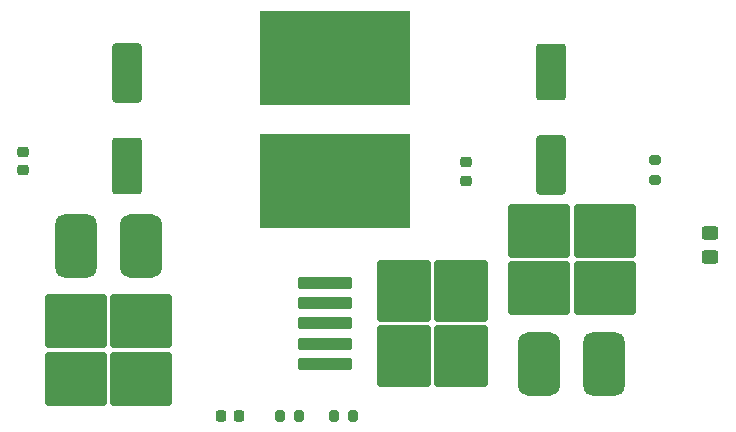
<source format=gbr>
%TF.GenerationSoftware,KiCad,Pcbnew,8.0.5*%
%TF.CreationDate,2024-10-21T04:05:45+03:00*%
%TF.ProjectId,DC36_DC5,44433336-5f44-4433-952e-6b696361645f,rev?*%
%TF.SameCoordinates,Original*%
%TF.FileFunction,Paste,Top*%
%TF.FilePolarity,Positive*%
%FSLAX46Y46*%
G04 Gerber Fmt 4.6, Leading zero omitted, Abs format (unit mm)*
G04 Created by KiCad (PCBNEW 8.0.5) date 2024-10-21 04:05:45*
%MOMM*%
%LPD*%
G01*
G04 APERTURE LIST*
G04 Aperture macros list*
%AMRoundRect*
0 Rectangle with rounded corners*
0 $1 Rounding radius*
0 $2 $3 $4 $5 $6 $7 $8 $9 X,Y pos of 4 corners*
0 Add a 4 corners polygon primitive as box body*
4,1,4,$2,$3,$4,$5,$6,$7,$8,$9,$2,$3,0*
0 Add four circle primitives for the rounded corners*
1,1,$1+$1,$2,$3*
1,1,$1+$1,$4,$5*
1,1,$1+$1,$6,$7*
1,1,$1+$1,$8,$9*
0 Add four rect primitives between the rounded corners*
20,1,$1+$1,$2,$3,$4,$5,0*
20,1,$1+$1,$4,$5,$6,$7,0*
20,1,$1+$1,$6,$7,$8,$9,0*
20,1,$1+$1,$8,$9,$2,$3,0*%
G04 Aperture macros list end*
%ADD10RoundRect,0.250000X0.450000X-0.325000X0.450000X0.325000X-0.450000X0.325000X-0.450000X-0.325000X0*%
%ADD11RoundRect,0.250000X-2.375000X2.025000X-2.375000X-2.025000X2.375000X-2.025000X2.375000X2.025000X0*%
%ADD12RoundRect,0.887500X-0.887500X1.812500X-0.887500X-1.812500X0.887500X-1.812500X0.887500X1.812500X0*%
%ADD13RoundRect,0.880000X-0.880000X1.845000X-0.880000X-1.845000X0.880000X-1.845000X0.880000X1.845000X0*%
%ADD14RoundRect,0.225000X-0.225000X-0.250000X0.225000X-0.250000X0.225000X0.250000X-0.225000X0.250000X0*%
%ADD15RoundRect,0.251000X-1.004000X2.144000X-1.004000X-2.144000X1.004000X-2.144000X1.004000X2.144000X0*%
%ADD16RoundRect,0.251000X-1.004000X2.254000X-1.004000X-2.254000X1.004000X-2.254000X1.004000X2.254000X0*%
%ADD17RoundRect,0.250000X2.375000X-2.025000X2.375000X2.025000X-2.375000X2.025000X-2.375000X-2.025000X0*%
%ADD18RoundRect,0.887500X0.887500X-1.812500X0.887500X1.812500X-0.887500X1.812500X-0.887500X-1.812500X0*%
%ADD19RoundRect,0.880000X0.880000X-1.845000X0.880000X1.845000X-0.880000X1.845000X-0.880000X-1.845000X0*%
%ADD20RoundRect,0.251000X1.004000X-2.144000X1.004000X2.144000X-1.004000X2.144000X-1.004000X-2.144000X0*%
%ADD21RoundRect,0.251000X1.004000X-2.254000X1.004000X2.254000X-1.004000X2.254000X-1.004000X-2.254000X0*%
%ADD22RoundRect,0.225000X0.250000X-0.225000X0.250000X0.225000X-0.250000X0.225000X-0.250000X-0.225000X0*%
%ADD23RoundRect,0.200000X-0.200000X-0.275000X0.200000X-0.275000X0.200000X0.275000X-0.200000X0.275000X0*%
%ADD24R,12.800000X8.000000*%
%ADD25RoundRect,0.200000X-0.275000X0.200000X-0.275000X-0.200000X0.275000X-0.200000X0.275000X0.200000X0*%
%ADD26RoundRect,0.225000X-0.250000X0.225000X-0.250000X-0.225000X0.250000X-0.225000X0.250000X0.225000X0*%
%ADD27RoundRect,0.250000X-2.050000X-0.300000X2.050000X-0.300000X2.050000X0.300000X-2.050000X0.300000X0*%
%ADD28RoundRect,0.250000X-2.025000X-2.375000X2.025000X-2.375000X2.025000X2.375000X-2.025000X2.375000X0*%
G04 APERTURE END LIST*
D10*
%TO.C,D3*%
X155067000Y-98425000D03*
X155067000Y-96375000D03*
%TD*%
D11*
%TO.C,D1*%
X106915000Y-103874000D03*
X101365000Y-103874000D03*
X106915000Y-108724000D03*
X101365000Y-108724000D03*
D12*
X106905000Y-97469000D03*
D13*
X101380000Y-97454000D03*
%TD*%
D14*
%TO.C,C5*%
X113652000Y-111887000D03*
X115202000Y-111887000D03*
%TD*%
D15*
%TO.C,C3*%
X141609000Y-82736000D03*
D16*
X141609000Y-90636000D03*
%TD*%
D17*
%TO.C,D2*%
X140579000Y-101037000D03*
X146129000Y-101037000D03*
X140579000Y-96187000D03*
X146129000Y-96187000D03*
D18*
X140589000Y-107442000D03*
D19*
X146114000Y-107457000D03*
%TD*%
D20*
%TO.C,C2*%
X105674000Y-90746000D03*
D21*
X105674000Y-82846000D03*
%TD*%
D22*
%TO.C,C1*%
X96901000Y-91085000D03*
X96901000Y-89535000D03*
%TD*%
D23*
%TO.C,R2*%
X123191000Y-111887000D03*
X124841000Y-111887000D03*
%TD*%
D24*
%TO.C,L1*%
X123273000Y-91941000D03*
X123273000Y-81541000D03*
%TD*%
D23*
%TO.C,R3*%
X118619000Y-111887000D03*
X120269000Y-111887000D03*
%TD*%
D25*
%TO.C,R1*%
X150368000Y-90234000D03*
X150368000Y-91884000D03*
%TD*%
D26*
%TO.C,C4*%
X134366000Y-90398000D03*
X134366000Y-91948000D03*
%TD*%
D27*
%TO.C,U1*%
X122428000Y-100642000D03*
X122428000Y-102342000D03*
X122428000Y-104042000D03*
D28*
X129153000Y-101267000D03*
X129153000Y-106817000D03*
X134003000Y-101267000D03*
X134003000Y-106817000D03*
D27*
X122428000Y-105742000D03*
X122428000Y-107442000D03*
%TD*%
M02*

</source>
